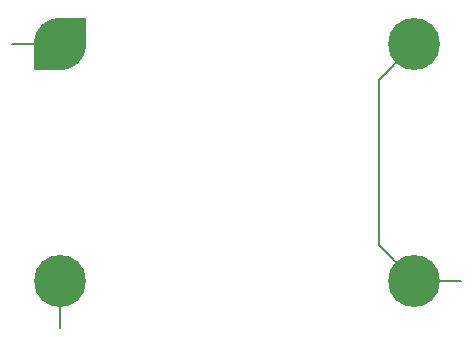
<source format=gtl>
%TF.GenerationSoftware,KiCad,Pcbnew,8.0.8*%
%TF.CreationDate,2025-01-29T17:04:35+00:00*%
%TF.ProjectId,ec30_3x2_lr_mh_0.1,65633330-5f33-4783-925f-6c725f6d685f,v0.1*%
%TF.SameCoordinates,PX8d24d00PY36d6160*%
%TF.FileFunction,Copper,L1,Top*%
%TF.FilePolarity,Positive*%
%FSLAX46Y46*%
G04 Gerber Fmt 4.6, Leading zero omitted, Abs format (unit mm)*
G04 Created by KiCad (PCBNEW 8.0.8) date 2025-01-29 17:04:35*
%MOMM*%
%LPD*%
G01*
G04 APERTURE LIST*
G04 Aperture macros list*
%AMFreePoly0*
4,1,31,1.555635,1.555635,1.655822,1.452117,1.831196,1.223566,1.975237,0.974078,2.085481,0.707925,2.160042,0.429659,2.197645,0.144041,2.197645,-0.144041,2.160042,-0.429659,2.085481,-0.707925,1.975237,-0.974078,1.831196,-1.223566,1.655822,-1.452117,1.555635,-1.555635,0.000000,-3.111270,-1.555635,-1.555635,-1.655822,-1.452117,-1.831196,-1.223566,-1.975237,-0.974078,-2.085481,-0.707925,
-2.160042,-0.429659,-2.197645,-0.144041,-2.197645,0.144041,-2.160042,0.429659,-2.085481,0.707925,-1.975237,0.974078,-1.831196,1.223566,-1.655822,1.452117,-1.555635,1.555635,0.000000,3.111270,1.555635,1.555635,1.555635,1.555635,$1*%
G04 Aperture macros list end*
%TA.AperFunction,SMDPad,CuDef*%
%ADD10C,0.100000*%
%TD*%
%TA.AperFunction,ComponentPad*%
%ADD11C,4.400000*%
%TD*%
%TA.AperFunction,FiducialPad,Local*%
%ADD12FreePoly0,135.000000*%
%TD*%
%TA.AperFunction,FiducialPad,Local*%
%ADD13C,4.400000*%
%TD*%
%TA.AperFunction,Conductor*%
%ADD14C,0.200000*%
%TD*%
G04 APERTURE END LIST*
D10*
%TO.P,GS1,1,JD_DATA*%
%TO.N,JD_DATA*%
X-19000000Y10000000D03*
%TD*%
D11*
%TO.P,MH3,MH3,MH3*%
%TO.N,JD_PWR*%
X-15000800Y-10000800D03*
%TD*%
%TO.P,MH4,MH4,MH4*%
%TO.N,GND*%
X15000000Y-9999999D03*
%TD*%
D10*
%TO.P,GS2,1,GND*%
%TO.N,GND*%
X19000000Y-10000000D03*
%TD*%
D11*
%TO.P,MH2,MH2,MH2*%
%TO.N,GND*%
X15000000Y10000000D03*
%TD*%
D10*
%TO.P,GS3,1,JD_PWR*%
%TO.N,JD_PWR*%
X-15000000Y-14000000D03*
%TD*%
D12*
%TO.P,MH1,MH1,MH1*%
%TO.N,JD_DATA*%
X-15000000Y10000001D03*
D13*
X-15000000Y10000001D03*
%TD*%
D14*
%TO.N,JD_DATA*%
X-15000000Y10000001D02*
X-19000000Y10000001D01*
%TO.N,GND*%
X12000000Y7000000D02*
X12000000Y-7000000D01*
X12000001Y-7000000D02*
X15000000Y-9999999D01*
X15000000Y-9999999D02*
X18999999Y-9999999D01*
X15000000Y10000000D02*
X12000000Y7000000D01*
X12000000Y-7000000D02*
X12000001Y-7000000D01*
X18999999Y-9999999D02*
X19000000Y-10000000D01*
%TO.N,JD_PWR*%
X-15000800Y-13999200D02*
X-15000000Y-14000000D01*
X-15000800Y-10000800D02*
X-15000800Y-13999200D01*
%TD*%
M02*

</source>
